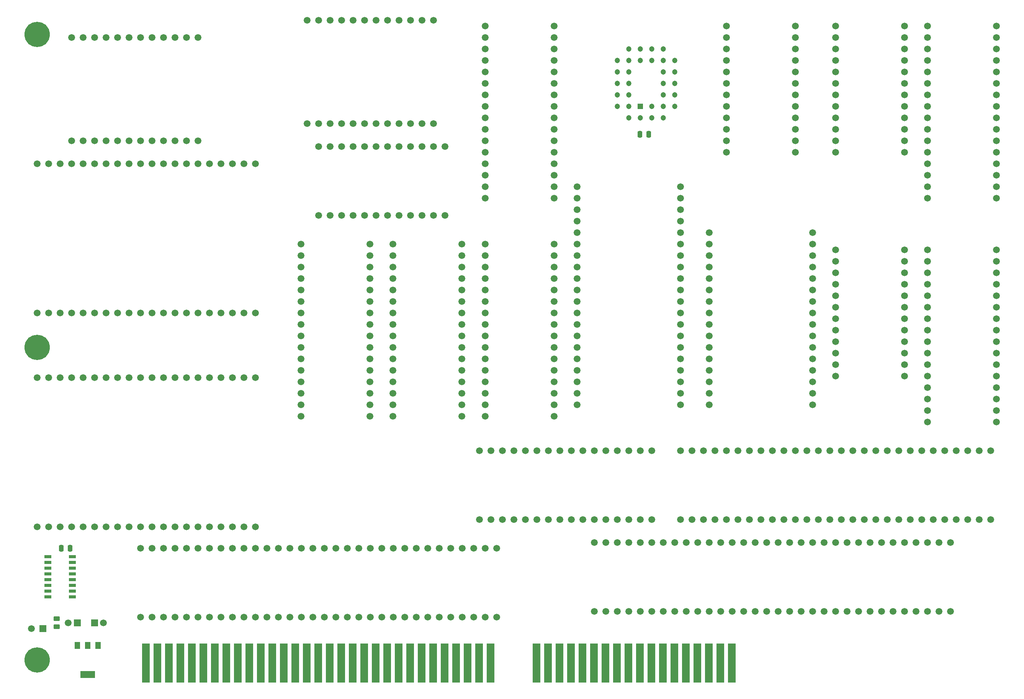
<source format=gts>
%TF.GenerationSoftware,KiCad,Pcbnew,8.0.7*%
%TF.CreationDate,2025-01-05T17:29:30+02:00*%
%TF.ProjectId,SD Card Board,53442043-6172-4642-9042-6f6172642e6b,rev?*%
%TF.SameCoordinates,Original*%
%TF.FileFunction,Soldermask,Top*%
%TF.FilePolarity,Negative*%
%FSLAX46Y46*%
G04 Gerber Fmt 4.6, Leading zero omitted, Abs format (unit mm)*
G04 Created by KiCad (PCBNEW 8.0.7) date 2025-01-05 17:29:30*
%MOMM*%
%LPD*%
G01*
G04 APERTURE LIST*
G04 Aperture macros list*
%AMRoundRect*
0 Rectangle with rounded corners*
0 $1 Rounding radius*
0 $2 $3 $4 $5 $6 $7 $8 $9 X,Y pos of 4 corners*
0 Add a 4 corners polygon primitive as box body*
4,1,4,$2,$3,$4,$5,$6,$7,$8,$9,$2,$3,0*
0 Add four circle primitives for the rounded corners*
1,1,$1+$1,$2,$3*
1,1,$1+$1,$4,$5*
1,1,$1+$1,$6,$7*
1,1,$1+$1,$8,$9*
0 Add four rect primitives between the rounded corners*
20,1,$1+$1,$2,$3,$4,$5,0*
20,1,$1+$1,$4,$5,$6,$7,0*
20,1,$1+$1,$6,$7,$8,$9,0*
20,1,$1+$1,$8,$9,$2,$3,0*%
G04 Aperture macros list end*
%ADD10C,1.500000*%
%ADD11R,1.500000X1.500000*%
%ADD12C,5.600000*%
%ADD13R,1.550000X0.650000*%
%ADD14R,3.300000X1.500000*%
%ADD15R,1.200000X1.500000*%
%ADD16C,1.200000*%
%ADD17R,1.200000X1.200000*%
%ADD18R,1.780000X8.620000*%
%ADD19RoundRect,0.250000X0.250000X0.475000X-0.250000X0.475000X-0.250000X-0.475000X0.250000X-0.475000X0*%
%ADD20RoundRect,0.250000X0.450000X-0.262500X0.450000X0.262500X-0.450000X0.262500X-0.450000X-0.262500X0*%
%ADD21RoundRect,0.250000X-0.250000X-0.475000X0.250000X-0.475000X0.250000X0.475000X-0.250000X0.475000X0*%
G04 APERTURE END LIST*
D10*
%TO.C,B5*%
X118160800Y104140000D03*
X118160800Y101600000D03*
X118160800Y99060000D03*
X118160800Y96520000D03*
X118160800Y93980000D03*
X118160800Y91440000D03*
X118160800Y88900000D03*
X118160800Y86360000D03*
X118160800Y83820000D03*
X118160800Y81280000D03*
X118160800Y78740000D03*
X118160800Y76200000D03*
X118160800Y73660000D03*
X118160800Y71120000D03*
X118160800Y68580000D03*
X118160800Y66040000D03*
X118160800Y63500000D03*
X118160800Y60960000D03*
X118160800Y58420000D03*
X118160800Y55880000D03*
X95300800Y55880000D03*
X95300800Y58420000D03*
X95300800Y60960000D03*
X95300800Y63500000D03*
X95300800Y66040000D03*
X95300800Y68580000D03*
X95300800Y71120000D03*
X95300800Y73660000D03*
X95300800Y76200000D03*
X95300800Y78740000D03*
X95300800Y81280000D03*
X95300800Y83820000D03*
X95300800Y86360000D03*
X95300800Y88900000D03*
X95300800Y91440000D03*
X95300800Y93980000D03*
X95300800Y96520000D03*
X95300800Y99060000D03*
X95300800Y101600000D03*
X95300800Y104140000D03*
%TD*%
%TO.C,B13*%
X147370800Y93980000D03*
X147370800Y91440000D03*
X147370800Y88900000D03*
X147370800Y86360000D03*
X147370800Y83820000D03*
X147370800Y81280000D03*
X147370800Y78740000D03*
X147370800Y76200000D03*
X147370800Y73660000D03*
X147370800Y71120000D03*
X147370800Y68580000D03*
X147370800Y66040000D03*
X147370800Y63500000D03*
X147370800Y60960000D03*
X147370800Y58420000D03*
X147370800Y55880000D03*
X124510800Y55880000D03*
X124510800Y58420000D03*
X124510800Y60960000D03*
X124510800Y63500000D03*
X124510800Y66040000D03*
X124510800Y68580000D03*
X124510800Y71120000D03*
X124510800Y73660000D03*
X124510800Y76200000D03*
X124510800Y78740000D03*
X124510800Y81280000D03*
X124510800Y83820000D03*
X124510800Y86360000D03*
X124510800Y88900000D03*
X124510800Y91440000D03*
X124510800Y93980000D03*
%TD*%
%TO.C,B14*%
X188010800Y139700000D03*
X188010800Y137160000D03*
X188010800Y134620000D03*
X188010800Y132080000D03*
X188010800Y129540000D03*
X188010800Y127000000D03*
X188010800Y124460000D03*
X188010800Y121920000D03*
X188010800Y119380000D03*
X188010800Y116840000D03*
X188010800Y114300000D03*
X188010800Y111760000D03*
X188010800Y109220000D03*
X188010800Y106680000D03*
X188010800Y104140000D03*
X188010800Y101600000D03*
X172770800Y101600000D03*
X172770800Y104140000D03*
X172770800Y106680000D03*
X172770800Y109220000D03*
X172770800Y111760000D03*
X172770800Y114300000D03*
X172770800Y116840000D03*
X172770800Y119380000D03*
X172770800Y121920000D03*
X172770800Y124460000D03*
X172770800Y127000000D03*
X172770800Y129540000D03*
X172770800Y132080000D03*
X172770800Y134620000D03*
X172770800Y137160000D03*
X172770800Y139700000D03*
%TD*%
%TO.C,B10*%
X143560800Y139700000D03*
X143560800Y137160000D03*
X143560800Y134620000D03*
X143560800Y132080000D03*
X143560800Y129540000D03*
X143560800Y127000000D03*
X143560800Y124460000D03*
X143560800Y121920000D03*
X143560800Y119380000D03*
X143560800Y116840000D03*
X143560800Y114300000D03*
X143560800Y111760000D03*
X128320800Y111760000D03*
X128320800Y114300000D03*
X128320800Y116840000D03*
X128320800Y119380000D03*
X128320800Y121920000D03*
X128320800Y124460000D03*
X128320800Y127000000D03*
X128320800Y129540000D03*
X128320800Y132080000D03*
X128320800Y134620000D03*
X128320800Y137160000D03*
X128320800Y139700000D03*
%TD*%
%TO.C,B15*%
X167690800Y139700000D03*
X167690800Y137160000D03*
X167690800Y134620000D03*
X167690800Y132080000D03*
X167690800Y129540000D03*
X167690800Y127000000D03*
X167690800Y124460000D03*
X167690800Y121920000D03*
X167690800Y119380000D03*
X167690800Y116840000D03*
X167690800Y114300000D03*
X167690800Y111760000D03*
X152450800Y111760000D03*
X152450800Y114300000D03*
X152450800Y116840000D03*
X152450800Y119380000D03*
X152450800Y121920000D03*
X152450800Y124460000D03*
X152450800Y127000000D03*
X152450800Y129540000D03*
X152450800Y132080000D03*
X152450800Y134620000D03*
X152450800Y137160000D03*
X152450800Y139700000D03*
%TD*%
%TO.C,B2*%
X167690800Y90170000D03*
X167690800Y87630000D03*
X167690800Y85090000D03*
X167690800Y82550000D03*
X167690800Y80010000D03*
X167690800Y77470000D03*
X167690800Y74930000D03*
X167690800Y72390000D03*
X167690800Y69850000D03*
X167690800Y67310000D03*
X167690800Y64770000D03*
X167690800Y62230000D03*
X152450800Y62230000D03*
X152450800Y64770000D03*
X152450800Y67310000D03*
X152450800Y69850000D03*
X152450800Y72390000D03*
X152450800Y74930000D03*
X152450800Y77470000D03*
X152450800Y80010000D03*
X152450800Y82550000D03*
X152450800Y85090000D03*
X152450800Y87630000D03*
X152450800Y90170000D03*
%TD*%
%TO.C,B17*%
X35610800Y140970000D03*
X38150800Y140970000D03*
X40690800Y140970000D03*
X43230800Y140970000D03*
X45770800Y140970000D03*
X48310800Y140970000D03*
X50850800Y140970000D03*
X53390800Y140970000D03*
X55930800Y140970000D03*
X58470800Y140970000D03*
X61010800Y140970000D03*
X63550800Y140970000D03*
X63550800Y118110000D03*
X61010800Y118110000D03*
X58470800Y118110000D03*
X55930800Y118110000D03*
X53390800Y118110000D03*
X50850800Y118110000D03*
X48310800Y118110000D03*
X45770800Y118110000D03*
X43230800Y118110000D03*
X40690800Y118110000D03*
X38150800Y118110000D03*
X35610800Y118110000D03*
%TD*%
%TO.C,B20*%
X-24079200Y109220000D03*
X-21539200Y109220000D03*
X-18999200Y109220000D03*
X-16459200Y109220000D03*
X-13919200Y109220000D03*
X-11379200Y109220000D03*
X-8839200Y109220000D03*
X-6299200Y109220000D03*
X-3759200Y109220000D03*
X-1219200Y109220000D03*
X1320800Y109220000D03*
X3860800Y109220000D03*
X6400800Y109220000D03*
X8940800Y109220000D03*
X11480800Y109220000D03*
X14020800Y109220000D03*
X16560800Y109220000D03*
X19100800Y109220000D03*
X21640800Y109220000D03*
X24180800Y109220000D03*
X24180800Y76200000D03*
X21640800Y76200000D03*
X19100800Y76200000D03*
X16560800Y76200000D03*
X14020800Y76200000D03*
X11480800Y76200000D03*
X8940800Y76200000D03*
X6400800Y76200000D03*
X3860800Y76200000D03*
X1320800Y76200000D03*
X-1219200Y76200000D03*
X-3759200Y76200000D03*
X-6299200Y76200000D03*
X-8839200Y76200000D03*
X-11379200Y76200000D03*
X-13919200Y76200000D03*
X-16459200Y76200000D03*
X-18999200Y76200000D03*
X-21539200Y76200000D03*
X-24079200Y76200000D03*
%TD*%
%TO.C,B18*%
X-16459200Y137160000D03*
X-13919200Y137160000D03*
X-11379200Y137160000D03*
X-8839200Y137160000D03*
X-6299200Y137160000D03*
X-3759200Y137160000D03*
X-1219200Y137160000D03*
X1320800Y137160000D03*
X3860800Y137160000D03*
X6400800Y137160000D03*
X8940800Y137160000D03*
X11480800Y137160000D03*
X11480800Y114300000D03*
X8940800Y114300000D03*
X6400800Y114300000D03*
X3860800Y114300000D03*
X1320800Y114300000D03*
X-1219200Y114300000D03*
X-3759200Y114300000D03*
X-6299200Y114300000D03*
X-8839200Y114300000D03*
X-11379200Y114300000D03*
X-13919200Y114300000D03*
X-16459200Y114300000D03*
%TD*%
%TO.C,B19*%
X-24079200Y61849000D03*
X-21539200Y61849000D03*
X-18999200Y61849000D03*
X-16459200Y61849000D03*
X-13919200Y61849000D03*
X-11379200Y61849000D03*
X-8839200Y61849000D03*
X-6299200Y61849000D03*
X-3759200Y61849000D03*
X-1219200Y61849000D03*
X1320800Y61849000D03*
X3860800Y61849000D03*
X6400800Y61849000D03*
X8940800Y61849000D03*
X11480800Y61849000D03*
X14020800Y61849000D03*
X16560800Y61849000D03*
X19100800Y61849000D03*
X21640800Y61849000D03*
X24180800Y61849000D03*
X24180800Y28829000D03*
X21640800Y28829000D03*
X19100800Y28829000D03*
X16560800Y28829000D03*
X14020800Y28829000D03*
X11480800Y28829000D03*
X8940800Y28829000D03*
X6400800Y28829000D03*
X3860800Y28829000D03*
X1320800Y28829000D03*
X-1219200Y28829000D03*
X-3759200Y28829000D03*
X-6299200Y28829000D03*
X-8839200Y28829000D03*
X-11379200Y28829000D03*
X-13919200Y28829000D03*
X-16459200Y28829000D03*
X-18999200Y28829000D03*
X-21539200Y28829000D03*
X-24079200Y28829000D03*
%TD*%
%TO.C,B7*%
X90220800Y139700000D03*
X90220800Y137160000D03*
X90220800Y134620000D03*
X90220800Y132080000D03*
X90220800Y129540000D03*
X90220800Y127000000D03*
X90220800Y124460000D03*
X90220800Y121920000D03*
X90220800Y119380000D03*
X90220800Y116840000D03*
X90220800Y114300000D03*
X90220800Y111760000D03*
X90220800Y109220000D03*
X90220800Y106680000D03*
X90220800Y104140000D03*
X90220800Y101600000D03*
X74980800Y101600000D03*
X74980800Y104140000D03*
X74980800Y106680000D03*
X74980800Y109220000D03*
X74980800Y111760000D03*
X74980800Y114300000D03*
X74980800Y116840000D03*
X74980800Y119380000D03*
X74980800Y121920000D03*
X74980800Y124460000D03*
X74980800Y127000000D03*
X74980800Y129540000D03*
X74980800Y132080000D03*
X74980800Y134620000D03*
X74980800Y137160000D03*
X74980800Y139700000D03*
%TD*%
%TO.C,B16*%
X-1219200Y24130000D03*
X1320800Y24130000D03*
X3860800Y24130000D03*
X6400800Y24130000D03*
X8940800Y24130000D03*
X11480800Y24130000D03*
X14020800Y24130000D03*
X16560800Y24130000D03*
X19100800Y24130000D03*
X21640800Y24130000D03*
X24180800Y24130000D03*
X26720800Y24130000D03*
X29260800Y24130000D03*
X31800800Y24130000D03*
X34340800Y24130000D03*
X36880800Y24130000D03*
X39420800Y24130000D03*
X41960800Y24130000D03*
X44500800Y24130000D03*
X47040800Y24130000D03*
X49580800Y24130000D03*
X52120800Y24130000D03*
X54660800Y24130000D03*
X57200800Y24130000D03*
X59740800Y24130000D03*
X62280800Y24130000D03*
X64820800Y24130000D03*
X67360800Y24130000D03*
X69900800Y24130000D03*
X72440800Y24130000D03*
X74980800Y24130000D03*
X77520800Y24130000D03*
X77520800Y8890000D03*
X74980800Y8890000D03*
X72440800Y8890000D03*
X69900800Y8890000D03*
X67360800Y8890000D03*
X64820800Y8890000D03*
X62280800Y8890000D03*
X59740800Y8890000D03*
X57200800Y8890000D03*
X54660800Y8890000D03*
X52120800Y8890000D03*
X49580800Y8890000D03*
X47040800Y8890000D03*
X44500800Y8890000D03*
X41960800Y8890000D03*
X39420800Y8890000D03*
X36880800Y8890000D03*
X34340800Y8890000D03*
X31800800Y8890000D03*
X29260800Y8890000D03*
X26720800Y8890000D03*
X24180800Y8890000D03*
X21640800Y8890000D03*
X19100800Y8890000D03*
X16560800Y8890000D03*
X14020800Y8890000D03*
X11480800Y8890000D03*
X8940800Y8890000D03*
X6400800Y8890000D03*
X3860800Y8890000D03*
X1320800Y8890000D03*
X-1219200Y8890000D03*
%TD*%
%TO.C,B4*%
X38150800Y113030000D03*
X40690800Y113030000D03*
X43230800Y113030000D03*
X45770800Y113030000D03*
X48310800Y113030000D03*
X50850800Y113030000D03*
X53390800Y113030000D03*
X55930800Y113030000D03*
X58470800Y113030000D03*
X61010800Y113030000D03*
X63550800Y113030000D03*
X66090800Y113030000D03*
X66090800Y97790000D03*
X63550800Y97790000D03*
X61010800Y97790000D03*
X58470800Y97790000D03*
X55930800Y97790000D03*
X53390800Y97790000D03*
X50850800Y97790000D03*
X48310800Y97790000D03*
X45770800Y97790000D03*
X43230800Y97790000D03*
X40690800Y97790000D03*
X38150800Y97790000D03*
%TD*%
%TO.C,B1*%
X188010800Y90170000D03*
X188010800Y87630000D03*
X188010800Y85090000D03*
X188010800Y82550000D03*
X188010800Y80010000D03*
X188010800Y77470000D03*
X188010800Y74930000D03*
X188010800Y72390000D03*
X188010800Y69850000D03*
X188010800Y67310000D03*
X188010800Y64770000D03*
X188010800Y62230000D03*
X188010800Y59690000D03*
X188010800Y57150000D03*
X188010800Y54610000D03*
X188010800Y52070000D03*
X172770800Y52070000D03*
X172770800Y54610000D03*
X172770800Y57150000D03*
X172770800Y59690000D03*
X172770800Y62230000D03*
X172770800Y64770000D03*
X172770800Y67310000D03*
X172770800Y69850000D03*
X172770800Y72390000D03*
X172770800Y74930000D03*
X172770800Y77470000D03*
X172770800Y80010000D03*
X172770800Y82550000D03*
X172770800Y85090000D03*
X172770800Y87630000D03*
X172770800Y90170000D03*
%TD*%
%TO.C,B9*%
X49512800Y91440000D03*
X49512800Y88900000D03*
X49512800Y86360000D03*
X49512800Y83820000D03*
X49512800Y81280000D03*
X49512800Y78740000D03*
X49512800Y76200000D03*
X49512800Y73660000D03*
X49512800Y71120000D03*
X49512800Y68580000D03*
X49512800Y66040000D03*
X49512800Y63500000D03*
X49512800Y60960000D03*
X49512800Y58420000D03*
X49512800Y55880000D03*
X49512800Y53340000D03*
X34272800Y53340000D03*
X34272800Y55880000D03*
X34272800Y58420000D03*
X34272800Y60960000D03*
X34272800Y63500000D03*
X34272800Y66040000D03*
X34272800Y68580000D03*
X34272800Y71120000D03*
X34272800Y73660000D03*
X34272800Y76200000D03*
X34272800Y78740000D03*
X34272800Y81280000D03*
X34272800Y83820000D03*
X34272800Y86360000D03*
X34272800Y88900000D03*
X34272800Y91440000D03*
%TD*%
%TO.C,B3*%
X177850800Y10160000D03*
X175310800Y10160000D03*
X172770800Y10160000D03*
X170230800Y10160000D03*
X167690800Y10160000D03*
X165150800Y10160000D03*
X162610800Y10160000D03*
X160070800Y10160000D03*
X157530800Y10160000D03*
X154990800Y10160000D03*
X152450800Y10160000D03*
X149910800Y10160000D03*
X147370800Y10160000D03*
X144830800Y10160000D03*
X142290800Y10160000D03*
X139750800Y10160000D03*
X137210800Y10160000D03*
X134670800Y10160000D03*
X132130800Y10160000D03*
X129590800Y10160000D03*
X127050800Y10160000D03*
X124510800Y10160000D03*
X121970800Y10160000D03*
X119430800Y10160000D03*
X116890800Y10160000D03*
X114350800Y10160000D03*
X111810800Y10160000D03*
X109270800Y10160000D03*
X106730800Y10160000D03*
X104190800Y10160000D03*
X101650800Y10160000D03*
X99110800Y10160000D03*
X99110800Y25400000D03*
X101650800Y25400000D03*
X104190800Y25400000D03*
X106730800Y25400000D03*
X109270800Y25400000D03*
X111810800Y25400000D03*
X114350800Y25400000D03*
X116890800Y25400000D03*
X119430800Y25400000D03*
X121970800Y25400000D03*
X124510800Y25400000D03*
X127050800Y25400000D03*
X129590800Y25400000D03*
X132130800Y25400000D03*
X134670800Y25400000D03*
X137210800Y25400000D03*
X139750800Y25400000D03*
X142290800Y25400000D03*
X144830800Y25400000D03*
X147370800Y25400000D03*
X149910800Y25400000D03*
X152450800Y25400000D03*
X154990800Y25400000D03*
X157530800Y25400000D03*
X160070800Y25400000D03*
X162610800Y25400000D03*
X165150800Y25400000D03*
X167690800Y25400000D03*
X170230800Y25400000D03*
X172770800Y25400000D03*
X175310800Y25400000D03*
X177850800Y25400000D03*
%TD*%
%TO.C,B6*%
X111810800Y30480000D03*
X109270800Y30480000D03*
X106730800Y30480000D03*
X104190800Y30480000D03*
X101650800Y30480000D03*
X99110800Y30480000D03*
X96570800Y30480000D03*
X94030800Y30480000D03*
X91490800Y30480000D03*
X88950800Y30480000D03*
X86410800Y30480000D03*
X83870800Y30480000D03*
X81330800Y30480000D03*
X78790800Y30480000D03*
X76250800Y30480000D03*
X73710800Y30480000D03*
X73710800Y45720000D03*
X76250800Y45720000D03*
X78790800Y45720000D03*
X81330800Y45720000D03*
X83870800Y45720000D03*
X86410800Y45720000D03*
X88950800Y45720000D03*
X91490800Y45720000D03*
X94030800Y45720000D03*
X96570800Y45720000D03*
X99110800Y45720000D03*
X101650800Y45720000D03*
X104190800Y45720000D03*
X106730800Y45720000D03*
X109270800Y45720000D03*
X111810800Y45720000D03*
%TD*%
%TO.C,B8*%
X118160800Y45720000D03*
X120700800Y45720000D03*
X123240800Y45720000D03*
X125780800Y45720000D03*
X128320800Y45720000D03*
X130860800Y45720000D03*
X133400800Y45720000D03*
X135940800Y45720000D03*
X138480800Y45720000D03*
X141020800Y45720000D03*
X143560800Y45720000D03*
X146100800Y45720000D03*
X148640800Y45720000D03*
X151180800Y45720000D03*
X153720800Y45720000D03*
X156260800Y45720000D03*
X158800800Y45720000D03*
X161340800Y45720000D03*
X163880800Y45720000D03*
X166420800Y45720000D03*
X168960800Y45720000D03*
X171500800Y45720000D03*
X174040800Y45720000D03*
X176580800Y45720000D03*
X179120800Y45720000D03*
X181660800Y45720000D03*
X184200800Y45720000D03*
X186740800Y45720000D03*
X186740800Y30480000D03*
X184200800Y30480000D03*
X181660800Y30480000D03*
X179120800Y30480000D03*
X176580800Y30480000D03*
X174040800Y30480000D03*
X171500800Y30480000D03*
X168960800Y30480000D03*
X166420800Y30480000D03*
X163880800Y30480000D03*
X161340800Y30480000D03*
X158800800Y30480000D03*
X156260800Y30480000D03*
X153720800Y30480000D03*
X151180800Y30480000D03*
X148640800Y30480000D03*
X146100800Y30480000D03*
X143560800Y30480000D03*
X141020800Y30480000D03*
X138480800Y30480000D03*
X135940800Y30480000D03*
X133400800Y30480000D03*
X130860800Y30480000D03*
X128320800Y30480000D03*
X125780800Y30480000D03*
X123240800Y30480000D03*
X120700800Y30480000D03*
X118160800Y30480000D03*
%TD*%
%TO.C,B12*%
X90220800Y91440000D03*
X90220800Y88900000D03*
X90220800Y86360000D03*
X90220800Y83820000D03*
X90220800Y81280000D03*
X90220800Y78740000D03*
X90220800Y76200000D03*
X90220800Y73660000D03*
X90220800Y71120000D03*
X90220800Y68580000D03*
X90220800Y66040000D03*
X90220800Y63500000D03*
X90220800Y60960000D03*
X90220800Y58420000D03*
X90220800Y55880000D03*
X90220800Y53340000D03*
X74980800Y53340000D03*
X74980800Y55880000D03*
X74980800Y58420000D03*
X74980800Y60960000D03*
X74980800Y63500000D03*
X74980800Y66040000D03*
X74980800Y68580000D03*
X74980800Y71120000D03*
X74980800Y73660000D03*
X74980800Y76200000D03*
X74980800Y78740000D03*
X74980800Y81280000D03*
X74980800Y83820000D03*
X74980800Y86360000D03*
X74980800Y88900000D03*
X74980800Y91440000D03*
%TD*%
%TO.C,B11*%
X69866800Y91440000D03*
X69866800Y88900000D03*
X69866800Y86360000D03*
X69866800Y83820000D03*
X69866800Y81280000D03*
X69866800Y78740000D03*
X69866800Y76200000D03*
X69866800Y73660000D03*
X69866800Y71120000D03*
X69866800Y68580000D03*
X69866800Y66040000D03*
X69866800Y63500000D03*
X69866800Y60960000D03*
X69866800Y58420000D03*
X69866800Y55880000D03*
X69866800Y53340000D03*
X54626800Y53340000D03*
X54626800Y55880000D03*
X54626800Y58420000D03*
X54626800Y60960000D03*
X54626800Y63500000D03*
X54626800Y66040000D03*
X54626800Y68580000D03*
X54626800Y71120000D03*
X54626800Y73660000D03*
X54626800Y76200000D03*
X54626800Y78740000D03*
X54626800Y81280000D03*
X54626800Y83820000D03*
X54626800Y86360000D03*
X54626800Y88900000D03*
X54626800Y91440000D03*
%TD*%
%TO.C,C4*%
X-17189200Y7620000D03*
D11*
X-15189200Y7620000D03*
%TD*%
D12*
%TO.C,H10*%
X-24079200Y-635000D03*
%TD*%
D10*
%TO.C,LED1*%
X-25349200Y6350000D03*
D11*
X-22809200Y6350000D03*
%TD*%
D10*
%TO.C,C3*%
X-9379200Y7620000D03*
D11*
X-11379200Y7620000D03*
%TD*%
D13*
%TO.C,IC8*%
X-16274200Y22225000D03*
X-16274200Y20955000D03*
X-16274200Y19685000D03*
X-16274200Y18415000D03*
X-16274200Y17145000D03*
X-16274200Y15875000D03*
X-16274200Y14605000D03*
X-16274200Y13335000D03*
X-21724200Y13335000D03*
X-21724200Y14605000D03*
X-21724200Y15875000D03*
X-21724200Y17145000D03*
X-21724200Y18415000D03*
X-21724200Y19685000D03*
X-21724200Y20955000D03*
X-21724200Y22225000D03*
%TD*%
D14*
%TO.C,IC3*%
X-12889200Y-3835000D03*
D15*
X-15189200Y2565000D03*
X-12889200Y2565000D03*
X-10589200Y2565000D03*
%TD*%
D12*
%TO.C,H7*%
X-24079200Y68580000D03*
%TD*%
D16*
%TO.C,IC1*%
X109270800Y119380000D03*
X106730800Y121920000D03*
X106730800Y119380000D03*
X104190800Y121920000D03*
X106730800Y124460000D03*
X104190800Y124460000D03*
X106730800Y127000000D03*
X104190800Y127000000D03*
X106730800Y129540000D03*
X104190800Y129540000D03*
X106730800Y132080000D03*
X104190800Y132080000D03*
X106730800Y134620000D03*
X109270800Y132080000D03*
X109270800Y134620000D03*
X111810800Y132080000D03*
X111810800Y134620000D03*
X114350800Y132080000D03*
X114350800Y134620000D03*
X116890800Y132080000D03*
X114350800Y129540000D03*
X116890800Y129540000D03*
X114350800Y127000000D03*
X116890800Y127000000D03*
X114350800Y124460000D03*
X116890800Y124460000D03*
X114350800Y121920000D03*
X116890800Y121920000D03*
X114350800Y119380000D03*
X111810800Y121920000D03*
X111810800Y119380000D03*
D17*
X109270800Y121920000D03*
%TD*%
D18*
%TO.C,J1*%
X129540000Y-1270000D03*
X127000000Y-1270000D03*
X124460000Y-1270000D03*
X121920000Y-1270000D03*
X119380000Y-1270000D03*
X116840000Y-1270000D03*
X114300000Y-1270000D03*
X111760000Y-1270000D03*
X109220000Y-1270000D03*
X106680000Y-1270000D03*
X104140000Y-1270000D03*
X101600000Y-1270000D03*
X99060000Y-1270000D03*
X96520000Y-1270000D03*
X93980000Y-1270000D03*
X91440000Y-1270000D03*
X88900000Y-1270000D03*
X86360000Y-1270000D03*
X76200000Y-1270000D03*
X73660000Y-1270000D03*
X71120000Y-1270000D03*
X68580000Y-1270000D03*
X66040000Y-1270000D03*
X63500000Y-1270000D03*
X60960000Y-1270000D03*
X58420000Y-1270000D03*
X55880000Y-1270000D03*
X53340000Y-1270000D03*
X50800000Y-1270000D03*
X48260000Y-1270000D03*
X45720000Y-1270000D03*
X43180000Y-1270000D03*
X40640000Y-1270000D03*
X38100000Y-1270000D03*
X35560000Y-1270000D03*
X33020000Y-1270000D03*
X30480000Y-1270000D03*
X27940000Y-1270000D03*
X25400000Y-1270000D03*
X22860000Y-1270000D03*
X20320000Y-1270000D03*
X17780000Y-1270000D03*
X15240000Y-1270000D03*
X12700000Y-1270000D03*
X10160000Y-1270000D03*
X7620000Y-1270000D03*
X5080000Y-1270000D03*
X2540000Y-1270000D03*
X0Y-1270000D03*
%TD*%
D12*
%TO.C,H1*%
X-24079200Y137795000D03*
%TD*%
D19*
%TO.C,C1*%
X-18695200Y24130000D03*
X-16795200Y24130000D03*
%TD*%
D20*
%TO.C,R3*%
X-19771200Y8532500D03*
X-19771200Y6707500D03*
%TD*%
D21*
%TO.C,C6*%
X111125800Y115697000D03*
X109225800Y115697000D03*
%TD*%
M02*

</source>
